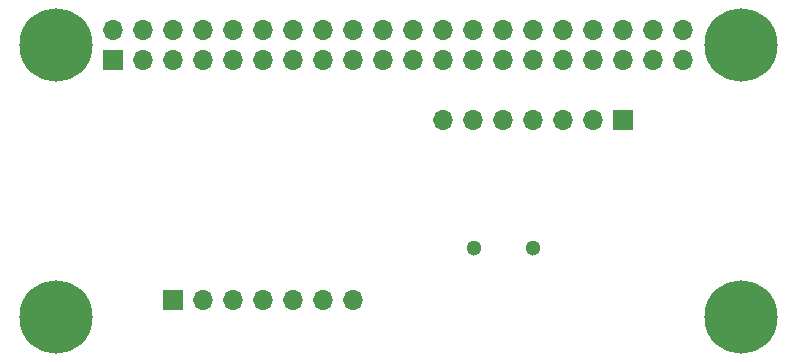
<source format=gbs>
G04 #@! TF.GenerationSoftware,KiCad,Pcbnew,7.0.7*
G04 #@! TF.CreationDate,2023-11-12T02:44:02+01:00*
G04 #@! TF.ProjectId,max3421e-rpi-uhat,6d617833-3432-4316-952d-7270692d7568,1*
G04 #@! TF.SameCoordinates,Original*
G04 #@! TF.FileFunction,Soldermask,Bot*
G04 #@! TF.FilePolarity,Negative*
%FSLAX46Y46*%
G04 Gerber Fmt 4.6, Leading zero omitted, Abs format (unit mm)*
G04 Created by KiCad (PCBNEW 7.0.7) date 2023-11-12 02:44:02*
%MOMM*%
%LPD*%
G01*
G04 APERTURE LIST*
%ADD10R,1.700000X1.700000*%
%ADD11O,1.700000X1.700000*%
%ADD12C,6.200000*%
%ADD13C,1.300000*%
G04 APERTURE END LIST*
D10*
X79980000Y-68110000D03*
D11*
X82520000Y-68110000D03*
X85060000Y-68110000D03*
X87600000Y-68110000D03*
X90140000Y-68110000D03*
X92680000Y-68110000D03*
X95220000Y-68110000D03*
D12*
X70000000Y-69500000D03*
X128000000Y-69500000D03*
D13*
X105400000Y-63637500D03*
X110400000Y-63637500D03*
D12*
X128000000Y-46500000D03*
D10*
X118080000Y-52880000D03*
D11*
X115540000Y-52880000D03*
X113000000Y-52880000D03*
X110460000Y-52880000D03*
X107920000Y-52880000D03*
X105380000Y-52880000D03*
X102840000Y-52880000D03*
D12*
X70000000Y-46500000D03*
D10*
X74900000Y-47790000D03*
D11*
X74900000Y-45250000D03*
X77440000Y-47790000D03*
X77440000Y-45250000D03*
X79980000Y-47790000D03*
X79980000Y-45250000D03*
X82520000Y-47790000D03*
X82520000Y-45250000D03*
X85060000Y-47790000D03*
X85060000Y-45250000D03*
X87600000Y-47790000D03*
X87600000Y-45250000D03*
X90140000Y-47790000D03*
X90140000Y-45250000D03*
X92680000Y-47790000D03*
X92680000Y-45250000D03*
X95220000Y-47790000D03*
X95220000Y-45250000D03*
X97760000Y-47790000D03*
X97760000Y-45250000D03*
X100300000Y-47790000D03*
X100300000Y-45250000D03*
X102840000Y-47790000D03*
X102840000Y-45250000D03*
X105380000Y-47790000D03*
X105380000Y-45250000D03*
X107920000Y-47790000D03*
X107920000Y-45250000D03*
X110460000Y-47790000D03*
X110460000Y-45250000D03*
X113000000Y-47790000D03*
X113000000Y-45250000D03*
X115540000Y-47790000D03*
X115540000Y-45250000D03*
X118080000Y-47790000D03*
X118080000Y-45250000D03*
X120620000Y-47790000D03*
X120620000Y-45250000D03*
X123160000Y-47790000D03*
X123160000Y-45250000D03*
M02*

</source>
